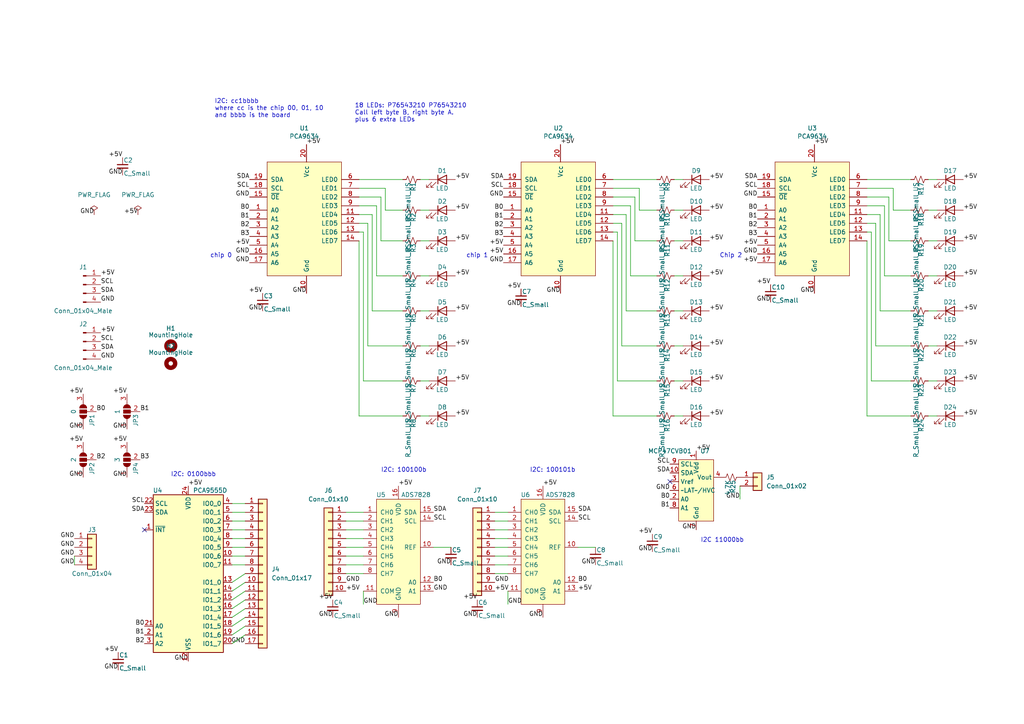
<source format=kicad_sch>
(kicad_sch (version 20211123) (generator eeschema)
  (paper "A4")
  (lib_symbols
    (symbol "Analog_ADC:ADS7828" (pin_names (offset 1.016))
      (property "Reference" "U" (at -5.08 15.24 0))
      (property "Value" "ADS7828" (at 5.08 15.24 0))
      (symbol "ADS7828_0_1"
        (rectangle (start -6.35 13.97) (end 6.35 -16.51) (fill (type background)))
        (rectangle (start 6.35 -15.24) (end 6.35 -15.24))
      )
      (symbol "ADS7828_1_1"
        (pin input line (at -10.16 10.16 0) (length 3.81) (name "CH0") (number "1"))
        (pin bidirectional line (at 10.16 0 180) (length 3.81) (name "REF") (number "10"))
        (pin input line (at -10.16 -12.7 0) (length 3.81) (name "COM") (number "11"))
        (pin input line (at 10.16 -10.16 180) (length 3.81) (name "A0") (number "12"))
        (pin input line (at 10.16 -12.7 180) (length 3.81) (name "A1") (number "13"))
        (pin input line (at 10.16 7.62 180) (length 3.81) (name "SCL") (number "14"))
        (pin bidirectional line (at 10.16 10.16 180) (length 3.81) (name "SDA") (number "15"))
        (pin power_in line (at 0 17.78 270) (length 3.81) (name "VDD") (number "16"))
        (pin input line (at -10.16 7.62 0) (length 3.81) (name "CH1") (number "2"))
        (pin input line (at -10.16 5.08 0) (length 3.81) (name "CH2") (number "3"))
        (pin input line (at -10.16 2.54 0) (length 3.81) (name "CH3") (number "4"))
        (pin input line (at -10.16 0 0) (length 3.81) (name "CH4") (number "5"))
        (pin input line (at -10.16 -2.54 0) (length 3.81) (name "CH5") (number "6"))
        (pin input line (at -10.16 -5.08 0) (length 3.81) (name "CH6") (number "7"))
        (pin input line (at -10.16 -7.62 0) (length 3.81) (name "CH7") (number "8"))
        (pin power_in line (at 0 -20.32 90) (length 3.81) (name "GND") (number "9"))
      )
    )
    (symbol "Connector:Conn_01x04_Male" (pin_names (offset 1.016) hide)
      (property "Reference" "J" (at 0 5.08 0))
      (property "Value" "Conn_01x04_Male" (at 0 -7.62 0))
      (symbol "Conn_01x04_Male_1_1"
        (polyline (pts (xy 1.27 -5.08) (xy 0.8636 -5.08)) (stroke (width 0.1524)))
        (polyline (pts (xy 1.27 -2.54) (xy 0.8636 -2.54)) (stroke (width 0.1524)))
        (polyline (pts (xy 1.27 0) (xy 0.8636 0)) (stroke (width 0.1524)))
        (polyline (pts (xy 1.27 2.54) (xy 0.8636 2.54)) (stroke (width 0.1524)))
        (rectangle (start 0.8636 -4.953) (end 0 -5.207) (stroke (width 0.1524)) (fill (type outline)))
        (rectangle (start 0.8636 -2.413) (end 0 -2.667) (stroke (width 0.1524)) (fill (type outline)))
        (rectangle (start 0.8636 0.127) (end 0 -0.127) (stroke (width 0.1524)) (fill (type outline)))
        (rectangle (start 0.8636 2.667) (end 0 2.413) (stroke (width 0.1524)) (fill (type outline)))
        (pin passive line (at 5.08 2.54 180) (length 3.81) (name "Pin_1") (number "1"))
        (pin passive line (at 5.08 0 180) (length 3.81) (name "Pin_2") (number "2"))
        (pin passive line (at 5.08 -2.54 180) (length 3.81) (name "Pin_3") (number "3"))
        (pin passive line (at 5.08 -5.08 180) (length 3.81) (name "Pin_4") (number "4"))
      )
    )
    (symbol "Connector_Generic:Conn_01x02" (pin_names (offset 1.016) hide)
      (property "Reference" "J" (at 0 2.54 0))
      (property "Value" "Conn_01x02" (at 0 -5.08 0))
      (symbol "Conn_01x02_1_1"
        (rectangle (start -1.27 -2.413) (end 0 -2.667) (stroke (width 0.1524)))
        (rectangle (start -1.27 0.127) (end 0 -0.127) (stroke (width 0.1524)))
        (rectangle (start -1.27 1.27) (end 1.27 -3.81) (stroke (width 0.254)) (fill (type background)))
        (pin passive line (at -5.08 0 0) (length 3.81) (name "Pin_1") (number "1"))
        (pin passive line (at -5.08 -2.54 0) (length 3.81) (name "Pin_2") (number "2"))
      )
    )
    (symbol "Connector_Generic:Conn_01x04" (pin_names (offset 1.016) hide)
      (property "Reference" "J" (at 0 5.08 0))
      (property "Value" "Conn_01x04" (at 0 -7.62 0))
      (symbol "Conn_01x04_1_1"
        (rectangle (start -1.27 -4.953) (end 0 -5.207) (stroke (width 0.1524)))
        (rectangle (start -1.27 -2.413) (end 0 -2.667) (stroke (width 0.1524)))
        (rectangle (start -1.27 0.127) (end 0 -0.127) (stroke (width 0.1524)))
        (rectangle (start -1.27 2.667) (end 0 2.413) (stroke (width 0.1524)))
        (rectangle (start -1.27 3.81) (end 1.27 -6.35) (stroke (width 0.254)) (fill (type background)))
        (pin passive line (at -5.08 2.54 0) (length 3.81) (name "Pin_1") (number "1"))
        (pin passive line (at -5.08 0 0) (length 3.81) (name "Pin_2") (number "2"))
        (pin passive line (at -5.08 -2.54 0) (length 3.81) (name "Pin_3") (number "3"))
        (pin passive line (at -5.08 -5.08 0) (length 3.81) (name "Pin_4") (number "4"))
      )
    )
    (symbol "Connector_Generic:Conn_01x10" (pin_names (offset 1.016) hide)
      (property "Reference" "J" (at 0 12.7 0))
      (property "Value" "Conn_01x10" (at 0 -15.24 0))
      (symbol "Conn_01x10_1_1"
        (rectangle (start -1.27 -12.573) (end 0 -12.827) (stroke (width 0.1524)))
        (rectangle (start -1.27 -10.033) (end 0 -10.287) (stroke (width 0.1524)))
        (rectangle (start -1.27 -7.493) (end 0 -7.747) (stroke (width 0.1524)))
        (rectangle (start -1.27 -4.953) (end 0 -5.207) (stroke (width 0.1524)))
        (rectangle (start -1.27 -2.413) (end 0 -2.667) (stroke (width 0.1524)))
        (rectangle (start -1.27 0.127) (end 0 -0.127) (stroke (width 0.1524)))
        (rectangle (start -1.27 2.667) (end 0 2.413) (stroke (width 0.1524)))
        (rectangle (start -1.27 5.207) (end 0 4.953) (stroke (width 0.1524)))
        (rectangle (start -1.27 7.747) (end 0 7.493) (stroke (width 0.1524)))
        (rectangle (start -1.27 10.287) (end 0 10.033) (stroke (width 0.1524)))
        (rectangle (start -1.27 11.43) (end 1.27 -13.97) (stroke (width 0.254)) (fill (type background)))
        (pin passive line (at -5.08 10.16 0) (length 3.81) (name "Pin_1") (number "1"))
        (pin passive line (at -5.08 -12.7 0) (length 3.81) (name "Pin_10") (number "10"))
        (pin passive line (at -5.08 7.62 0) (length 3.81) (name "Pin_2") (number "2"))
        (pin passive line (at -5.08 5.08 0) (length 3.81) (name "Pin_3") (number "3"))
        (pin passive line (at -5.08 2.54 0) (length 3.81) (name "Pin_4") (number "4"))
        (pin passive line (at -5.08 0 0) (length 3.81) (name "Pin_5") (number "5"))
        (pin passive line (at -5.08 -2.54 0) (length 3.81) (name "Pin_6") (number "6"))
        (pin passive line (at -5.08 -5.08 0) (length 3.81) (name "Pin_7") (number "7"))
        (pin passive line (at -5.08 -7.62 0) (length 3.81) (name "Pin_8") (number "8"))
        (pin passive line (at -5.08 -10.16 0) (length 3.81) (name "Pin_9") (number "9"))
      )
    )
    (symbol "Connector_Generic:Conn_01x17" (pin_names (offset 1.016) hide)
      (property "Reference" "J" (at 0 22.86 0))
      (property "Value" "Conn_01x17" (at 0 -22.86 0))
      (symbol "Conn_01x17_1_1"
        (rectangle (start -1.27 -20.193) (end 0 -20.447) (stroke (width 0.1524)))
        (rectangle (start -1.27 -17.653) (end 0 -17.907) (stroke (width 0.1524)))
        (rectangle (start -1.27 -15.113) (end 0 -15.367) (stroke (width 0.1524)))
        (rectangle (start -1.27 -12.573) (end 0 -12.827) (stroke (width 0.1524)))
        (rectangle (start -1.27 -10.033) (end 0 -10.287) (stroke (width 0.1524)))
        (rectangle (start -1.27 -7.493) (end 0 -7.747) (stroke (width 0.1524)))
        (rectangle (start -1.27 -4.953) (end 0 -5.207) (stroke (width 0.1524)))
        (rectangle (start -1.27 -2.413) (end 0 -2.667) (stroke (width 0.1524)))
        (rectangle (start -1.27 0.127) (end 0 -0.127) (stroke (width 0.1524)))
        (rectangle (start -1.27 2.667) (end 0 2.413) (stroke (width 0.1524)))
        (rectangle (start -1.27 5.207) (end 0 4.953) (stroke (width 0.1524)))
        (rectangle (start -1.27 7.747) (end 0 7.493) (stroke (width 0.1524)))
        (rectangle (start -1.27 10.287) (end 0 10.033) (stroke (width 0.1524)))
        (rectangle (start -1.27 12.827) (end 0 12.573) (stroke (width 0.1524)))
        (rectangle (start -1.27 15.367) (end 0 15.113) (stroke (width 0.1524)))
        (rectangle (start -1.27 17.907) (end 0 17.653) (stroke (width 0.1524)))
        (rectangle (start -1.27 20.447) (end 0 20.193) (stroke (width 0.1524)))
        (rectangle (start -1.27 21.59) (end 1.27 -21.59) (stroke (width 0.254)) (fill (type background)))
        (pin passive line (at -5.08 20.32 0) (length 3.81) (name "Pin_1") (number "1"))
        (pin passive line (at -5.08 -2.54 0) (length 3.81) (name "Pin_10") (number "10"))
        (pin passive line (at -5.08 -5.08 0) (length 3.81) (name "Pin_11") (number "11"))
        (pin passive line (at -5.08 -7.62 0) (length 3.81) (name "Pin_12") (number "12"))
        (pin passive line (at -5.08 -10.16 0) (length 3.81) (name "Pin_13") (number "13"))
        (pin passive line (at -5.08 -12.7 0) (length 3.81) (name "Pin_14") (number "14"))
        (pin passive line (at -5.08 -15.24 0) (length 3.81) (name "Pin_15") (number "15"))
        (pin passive line (at -5.08 -17.78 0) (length 3.81) (name "Pin_16") (number "16"))
        (pin passive line (at -5.08 -20.32 0) (length 3.81) (name "Pin_17") (number "17"))
        (pin passive line (at -5.08 17.78 0) (length 3.81) (name "Pin_2") (number "2"))
        (pin passive line (at -5.08 15.24 0) (length 3.81) (name "Pin_3") (number "3"))
        (pin passive line (at -5.08 12.7 0) (length 3.81) (name "Pin_4") (number "4"))
        (pin passive line (at -5.08 10.16 0) (length 3.81) (name "Pin_5") (number "5"))
        (pin passive line (at -5.08 7.62 0) (length 3.81) (name "Pin_6") (number "6"))
        (pin passive line (at -5.08 5.08 0) (length 3.81) (name "Pin_7") (number "7"))
        (pin passive line (at -5.08 2.54 0) (length 3.81) (name "Pin_8") (number "8"))
        (pin passive line (at -5.08 0 0) (length 3.81) (name "Pin_9") (number "9"))
      )
    )
    (symbol "Device:C_Small" (pin_numbers hide) (pin_names (offset 0.254) hide)
      (property "Reference" "C" (at 0.254 1.778 0))
      (property "Value" "C_Small" (at 0.254 -2.032 0))
      (symbol "C_Small_0_1"
        (polyline (pts (xy -1.524 -0.508) (xy 1.524 -0.508)) (stroke (width 0.3302)))
        (polyline (pts (xy -1.524 0.508) (xy 1.524 0.508)) (stroke (width 0.3048)))
      )
      (symbol "C_Small_1_1"
        (pin passive line (at 0 2.54 270) (length 2.032) (name "~") (number "1"))
        (pin passive line (at 0 -2.54 90) (length 2.032) (name "~") (number "2"))
      )
    )
    (symbol "Device:LED" (pin_numbers hide) (pin_names (offset 1.016) hide)
      (property "Reference" "D" (at 0 2.54 0))
      (property "Value" "LED" (at 0 -2.54 0))
      (symbol "LED_0_1"
        (polyline (pts (xy -1.27 -1.27) (xy -1.27 1.27)) (stroke (width 0.254)))
        (polyline (pts (xy -1.27 0) (xy 1.27 0)))
        (polyline (pts (xy 1.27 -1.27) (xy 1.27 1.27) (xy -1.27 0) (xy 1.27 -1.27)) (stroke (width 0.254)))
        (polyline (pts (xy -3.048 -0.762) (xy -4.572 -2.286) (xy -3.81 -2.286) (xy -4.572 -2.286) (xy -4.572 -1.524)))
        (polyline (pts (xy -1.778 -0.762) (xy -3.302 -2.286) (xy -2.54 -2.286) (xy -3.302 -2.286) (xy -3.302 -1.524)))
      )
      (symbol "LED_1_1"
        (pin passive line (at -3.81 0 0) (length 2.54) (name "K") (number "1"))
        (pin passive line (at 3.81 0 180) (length 2.54) (name "A") (number "2"))
      )
    )
    (symbol "Device:R_Small_US" (pin_numbers hide) (pin_names (offset 0.254) hide)
      (property "Reference" "R" (at 0.762 0.508 0))
      (property "Value" "R_Small_US" (at 0.762 -1.016 0))
      (symbol "R_Small_US_1_1"
        (polyline (pts (xy 0 0) (xy 1.016 -0.381) (xy 0 -0.762) (xy -1.016 -1.143) (xy 0 -1.524)))
        (polyline (pts (xy 0 1.524) (xy 1.016 1.143) (xy 0 0.762) (xy -1.016 0.381) (xy 0 0)))
        (pin passive line (at 0 2.54 270) (length 1.016) (name "~") (number "1"))
        (pin passive line (at 0 -2.54 90) (length 1.016) (name "~") (number "2"))
      )
    )
    (symbol "Interface_Expansion:PCA9555D"
      (property "Reference" "U" (at -8.89 24.13 0))
      (property "Value" "PCA9555D" (at 6.35 24.13 0))
      (symbol "PCA9555D_0_1"
        (rectangle (start -10.16 22.86) (end 10.16 -22.86) (stroke (width 0.254)) (fill (type background)))
      )
      (symbol "PCA9555D_1_1"
        (pin open_collector line (at -12.7 12.7 0) (length 2.54) (name "~{INT}") (number "1"))
        (pin bidirectional line (at 12.7 5.08 180) (length 2.54) (name "IO0_6") (number "10"))
        (pin bidirectional line (at 12.7 2.54 180) (length 2.54) (name "IO0_7") (number "11"))
        (pin power_in line (at 0 -25.4 90) (length 2.54) (name "VSS") (number "12"))
        (pin bidirectional line (at 12.7 -2.54 180) (length 2.54) (name "IO1_0") (number "13"))
        (pin bidirectional line (at 12.7 -5.08 180) (length 2.54) (name "IO1_1") (number "14"))
        (pin bidirectional line (at 12.7 -7.62 180) (length 2.54) (name "IO1_2") (number "15"))
        (pin bidirectional line (at 12.7 -10.16 180) (length 2.54) (name "IO1_3") (number "16"))
        (pin bidirectional line (at 12.7 -12.7 180) (length 2.54) (name "IO1_4") (number "17"))
        (pin bidirectional line (at 12.7 -15.24 180) (length 2.54) (name "IO1_5") (number "18"))
        (pin bidirectional line (at 12.7 -17.78 180) (length 2.54) (name "IO1_6") (number "19"))
        (pin input line (at -12.7 -17.78 0) (length 2.54) (name "A1") (number "2"))
        (pin bidirectional line (at 12.7 -20.32 180) (length 2.54) (name "IO1_7") (number "20"))
        (pin input line (at -12.7 -15.24 0) (length 2.54) (name "A0") (number "21"))
        (pin input line (at -12.7 20.32 0) (length 2.54) (name "SCL") (number "22"))
        (pin bidirectional line (at -12.7 17.78 0) (length 2.54) (name "SDA") (number "23"))
        (pin power_in line (at 0 25.4 270) (length 2.54) (name "VDD") (number "24"))
        (pin input line (at -12.7 -20.32 0) (length 2.54) (name "A2") (number "3"))
        (pin bidirectional line (at 12.7 20.32 180) (length 2.54) (name "IO0_0") (number "4"))
        (pin bidirectional line (at 12.7 17.78 180) (length 2.54) (name "IO0_1") (number "5"))
        (pin bidirectional line (at 12.7 15.24 180) (length 2.54) (name "IO0_2") (number "6"))
        (pin bidirectional line (at 12.7 12.7 180) (length 2.54) (name "IO0_3") (number "7"))
        (pin bidirectional line (at 12.7 10.16 180) (length 2.54) (name "IO0_4") (number "8"))
        (pin bidirectional line (at 12.7 7.62 180) (length 2.54) (name "IO0_5") (number "9"))
      )
    )
    (symbol "Jumper:SolderJumper_3_Open" (pin_names (offset 0) hide)
      (property "Reference" "JP" (at -2.54 -2.54 0))
      (property "Value" "SolderJumper_3_Open" (at 0 2.794 0))
      (symbol "SolderJumper_3_Open_0_1"
        (arc (start -1.016 1.016) (mid -2.032 0) (end -1.016 -1.016))
        (arc (start -1.016 1.016) (mid -2.032 0) (end -1.016 -1.016) (fill (type outline)))
        (rectangle (start -0.508 1.016) (end 0.508 -1.016) (fill (type outline)))
        (polyline (pts (xy -2.54 0) (xy -2.032 0)))
        (polyline (pts (xy -1.016 1.016) (xy -1.016 -1.016)))
        (polyline (pts (xy 0 -1.27) (xy 0 -1.016)))
        (polyline (pts (xy 1.016 1.016) (xy 1.016 -1.016)))
        (polyline (pts (xy 2.54 0) (xy 2.032 0)))
        (arc (start 1.016 -1.016) (mid 2.032 0) (end 1.016 1.016))
        (arc (start 1.016 -1.016) (mid 2.032 0) (end 1.016 1.016) (fill (type outline)))
      )
      (symbol "SolderJumper_3_Open_1_1"
        (pin passive line (at -5.08 0 0) (length 2.54) (name "A") (number "1"))
        (pin input line (at 0 -3.81 90) (length 2.54) (name "C") (number "2"))
        (pin passive line (at 5.08 0 180) (length 2.54) (name "B") (number "3"))
      )
    )
    (symbol "Library:MCP47CVB01"
      (property "Reference" "U" (at 2.54 0 0))
      (property "Value" "MCP47CVB01" (at -7.62 0 0))
      (symbol "MCP47CVB01_0_1"
        (rectangle (start -5.08 -2.54) (end 5.08 -20.32) (fill (type background)))
      )
      (symbol "MCP47CVB01_1_1"
        (pin power_in line (at 0 0 270) (length 2.54) (name "Vdd") (number "1"))
        (pin bidirectional line (at -7.62 -6.35 0) (length 2.54) (name "SDA") (number "10"))
        (pin input line (at -7.62 -13.97 0) (length 2.54) (name "A0") (number "2"))
        (pin input line (at -7.62 -8.89 0) (length 2.54) (name "Vref") (number "3"))
        (pin output line (at 7.62 -7.62 180) (length 2.54) (name "Vout") (number "4"))
        (pin no_connect line (at -7.62 -19.05 0) (length 2.54) hide (name "NC") (number "5"))
        (pin input line (at -7.62 -11.43 0) (length 2.54) (name "~LAT~/HVC") (number "6"))
        (pin power_in line (at 0 -22.86 90) (length 2.54) (name "Gnd") (number "7"))
        (pin input line (at -7.62 -16.51 0) (length 2.54) (name "A1") (number "8"))
        (pin input line (at -7.62 -3.81 0) (length 2.54) (name "SCL") (number "9"))
      )
    )
    (symbol "Mechanical:MountingHole" (pin_names (offset 1.016))
      (property "Reference" "H" (at 0 5.08 0))
      (property "Value" "MountingHole" (at 0 3.175 0))
      (symbol "MountingHole_0_1"
        (circle (center 0 0) (radius 1.27) (stroke (width 1.27)))
      )
    )
    (symbol "power:PWR_FLAG" (power) (pin_numbers hide) (pin_names (offset 0) hide)
      (property "Value" "PWR_FLAG" (at 0 3.81 0))
      (symbol "PWR_FLAG_0_0"
        (pin power_out line (at 0 0 90) (length 0) (name "pwr") (number "1"))
      )
      (symbol "PWR_FLAG_0_1"
        (polyline (pts (xy 0 0) (xy 0 1.27) (xy -1.016 1.905) (xy 0 2.54) (xy 1.016 1.905) (xy 0 1.27)))
      )
    )
    (symbol "symbols:PCA9634" (pin_names (offset 1.016))
      (property "Reference" "U" (at 7.62 16.51 0))
      (property "Value" "PCA9634" (at -7.62 16.51 0))
      (symbol "PCA9634_0_1"
        (rectangle (start -11.43 15.24) (end 10.16 -17.78) (fill (type background)))
      )
      (symbol "PCA9634_1_1"
        (pin input line (at -16.51 1.27 0) (length 5.08) (name "A0") (number "1"))
        (pin power_in line (at 0 -22.86 90) (length 5.08) (name "Gnd") (number "10"))
        (pin output line (at 15.24 0 180) (length 5.08) (name "LED4") (number "11"))
        (pin output line (at 15.24 -2.54 180) (length 5.08) (name "LED5") (number "12"))
        (pin output line (at 15.24 -5.08 180) (length 5.08) (name "LED6") (number "13"))
        (pin output line (at 15.24 -7.62 180) (length 5.08) (name "LED7") (number "14"))
        (pin input line (at -16.51 5.08 0) (length 5.08) (name "~{OE}") (number "15"))
        (pin input line (at -16.51 -11.43 0) (length 5.08) (name "A5") (number "16"))
        (pin input line (at -16.51 -13.97 0) (length 5.08) (name "A6") (number "17"))
        (pin input line (at -16.51 7.62 0) (length 5.08) (name "SCL") (number "18"))
        (pin bidirectional line (at -16.51 10.16 0) (length 5.08) (name "SDA") (number "19"))
        (pin input line (at -16.51 -1.27 0) (length 5.08) (name "A1") (number "2"))
        (pin power_in line (at 0 20.32 270) (length 5.08) (name "Vcc") (number "20"))
        (pin input line (at -16.51 -3.81 0) (length 5.08) (name "A2") (number "3"))
        (pin input line (at -16.51 -6.35 0) (length 5.08) (name "A3") (number "4"))
        (pin input line (at -16.51 -8.89 0) (length 5.08) (name "A4") (number "5"))
        (pin output line (at 15.24 10.16 180) (length 5.08) (name "LED0") (number "6"))
        (pin output line (at 15.24 7.62 180) (length 5.08) (name "LED1") (number "7"))
        (pin output line (at 15.24 5.08 180) (length 5.08) (name "LED2") (number "8"))
        (pin output line (at 15.24 2.54 180) (length 5.08) (name "LED3") (number "9"))
      )
    )
  )
  (no_connect (at 41.91 153.67))
  (no_connect (at 194.31 139.7))
  (wire (pts (xy 71.12 184.15) (xy 67.31 186.69)))
  (wire (pts (xy 124.46 60.96) (xy 121.92 60.96)))
  (wire (pts (xy 198.12 80.01) (xy 195.58 80.01)))
  (wire (pts (xy 255.27 90.17) (xy 255.27 62.23)))
  (wire (pts (xy 111.76 54.61) (xy 111.76 60.96)))
  (wire (pts (xy 251.46 59.69) (xy 256.54 59.69)))
  (wire (pts (xy 251.46 64.77) (xy 254 64.77)))
  (wire (pts (xy 100.33 158.75) (xy 105.41 158.75)))
  (wire (pts (xy 179.07 67.31) (xy 177.8 67.31)))
  (wire (pts (xy 21.59 163.83) (xy 21.59 161.29)))
  (wire (pts (xy 100.33 161.29) (xy 105.41 161.29)))
  (wire (pts (xy 257.81 69.85) (xy 264.16 69.85)))
  (wire (pts (xy 110.49 57.15) (xy 110.49 69.85)))
  (wire (pts (xy 71.12 171.45) (xy 67.31 173.99)))
  (wire (pts (xy 109.22 80.01) (xy 116.84 80.01)))
  (wire (pts (xy 254 100.33) (xy 264.16 100.33)))
  (wire (pts (xy 257.81 57.15) (xy 257.81 69.85)))
  (wire (pts (xy 143.51 166.37) (xy 147.32 166.37)))
  (wire (pts (xy 105.41 110.49) (xy 105.41 67.31)))
  (wire (pts (xy 182.88 80.01) (xy 190.5 80.01)))
  (wire (pts (xy 198.12 110.49) (xy 195.58 110.49)))
  (wire (pts (xy 251.46 69.85) (xy 251.46 120.65)))
  (wire (pts (xy 109.22 59.69) (xy 109.22 80.01)))
  (wire (pts (xy 252.73 110.49) (xy 264.16 110.49)))
  (wire (pts (xy 179.07 110.49) (xy 190.5 110.49)))
  (wire (pts (xy 271.78 90.17) (xy 269.24 90.17)))
  (wire (pts (xy 107.95 90.17) (xy 116.84 90.17)))
  (wire (pts (xy 71.12 146.05) (xy 67.31 146.05)))
  (wire (pts (xy 100.33 151.13) (xy 105.41 151.13)))
  (wire (pts (xy 71.12 181.61) (xy 67.31 184.15)))
  (wire (pts (xy 71.12 176.53) (xy 67.31 179.07)))
  (wire (pts (xy 110.49 69.85) (xy 116.84 69.85)))
  (wire (pts (xy 251.46 57.15) (xy 257.81 57.15)))
  (wire (pts (xy 252.73 110.49) (xy 252.73 67.31)))
  (wire (pts (xy 104.14 64.77) (xy 106.68 64.77)))
  (wire (pts (xy 177.8 64.77) (xy 180.34 64.77)))
  (wire (pts (xy 251.46 120.65) (xy 264.16 120.65)))
  (wire (pts (xy 100.33 148.59) (xy 105.41 148.59)))
  (wire (pts (xy 105.41 110.49) (xy 116.84 110.49)))
  (wire (pts (xy 124.46 90.17) (xy 121.92 90.17)))
  (wire (pts (xy 71.12 168.91) (xy 67.31 171.45)))
  (wire (pts (xy 198.12 90.17) (xy 195.58 90.17)))
  (wire (pts (xy 179.07 110.49) (xy 179.07 67.31)))
  (wire (pts (xy 67.31 156.21) (xy 71.12 156.21)))
  (wire (pts (xy 67.31 161.29) (xy 71.12 161.29)))
  (wire (pts (xy 271.78 120.65) (xy 269.24 120.65)))
  (wire (pts (xy 124.46 110.49) (xy 121.92 110.49)))
  (wire (pts (xy 71.12 179.07) (xy 67.31 181.61)))
  (wire (pts (xy 271.78 60.96) (xy 269.24 60.96)))
  (wire (pts (xy 181.61 90.17) (xy 181.61 62.23)))
  (wire (pts (xy 124.46 69.85) (xy 121.92 69.85)))
  (wire (pts (xy 271.78 69.85) (xy 269.24 69.85)))
  (wire (pts (xy 177.8 69.85) (xy 177.8 120.65)))
  (wire (pts (xy 143.51 151.13) (xy 147.32 151.13)))
  (wire (pts (xy 143.51 158.75) (xy 147.32 158.75)))
  (wire (pts (xy 67.31 151.13) (xy 71.12 151.13)))
  (wire (pts (xy 180.34 100.33) (xy 190.5 100.33)))
  (wire (pts (xy 255.27 62.23) (xy 251.46 62.23)))
  (wire (pts (xy 198.12 60.96) (xy 195.58 60.96)))
  (wire (pts (xy 67.31 153.67) (xy 71.12 153.67)))
  (wire (pts (xy 177.8 120.65) (xy 190.5 120.65)))
  (wire (pts (xy 177.8 57.15) (xy 184.15 57.15)))
  (wire (pts (xy 259.08 54.61) (xy 259.08 60.96)))
  (wire (pts (xy 184.15 69.85) (xy 190.5 69.85)))
  (wire (pts (xy 104.14 69.85) (xy 104.14 120.65)))
  (wire (pts (xy 198.12 120.65) (xy 195.58 120.65)))
  (wire (pts (xy 67.31 148.59) (xy 71.12 148.59)))
  (wire (pts (xy 271.78 110.49) (xy 269.24 110.49)))
  (wire (pts (xy 198.12 52.07) (xy 195.58 52.07)))
  (wire (pts (xy 105.41 67.31) (xy 104.14 67.31)))
  (wire (pts (xy 100.33 153.67) (xy 105.41 153.67)))
  (wire (pts (xy 104.14 59.69) (xy 109.22 59.69)))
  (wire (pts (xy 254 64.77) (xy 254 100.33)))
  (wire (pts (xy 106.68 100.33) (xy 116.84 100.33)))
  (wire (pts (xy 177.8 59.69) (xy 182.88 59.69)))
  (wire (pts (xy 107.95 62.23) (xy 104.14 62.23)))
  (wire (pts (xy 124.46 120.65) (xy 121.92 120.65)))
  (wire (pts (xy 111.76 60.96) (xy 116.84 60.96)))
  (wire (pts (xy 198.12 100.33) (xy 195.58 100.33)))
  (wire (pts (xy 271.78 100.33) (xy 269.24 100.33)))
  (wire (pts (xy 185.42 60.96) (xy 190.5 60.96)))
  (wire (pts (xy 167.64 158.75) (xy 172.72 158.75)))
  (wire (pts (xy 143.51 156.21) (xy 147.32 156.21)))
  (wire (pts (xy 100.33 163.83) (xy 105.41 163.83)))
  (wire (pts (xy 181.61 90.17) (xy 190.5 90.17)))
  (wire (pts (xy 124.46 80.01) (xy 121.92 80.01)))
  (wire (pts (xy 104.14 120.65) (xy 116.84 120.65)))
  (wire (pts (xy 214.63 140.97) (xy 214.63 144.78)))
  (wire (pts (xy 147.32 171.45) (xy 147.32 175.26)))
  (wire (pts (xy 67.31 168.91) (xy 71.12 166.37)))
  (wire (pts (xy 264.16 52.07) (xy 251.46 52.07)))
  (wire (pts (xy 256.54 80.01) (xy 264.16 80.01)))
  (wire (pts (xy 71.12 173.99) (xy 67.31 176.53)))
  (wire (pts (xy 143.51 161.29) (xy 147.32 161.29)))
  (wire (pts (xy 256.54 59.69) (xy 256.54 80.01)))
  (wire (pts (xy 190.5 52.07) (xy 177.8 52.07)))
  (wire (pts (xy 271.78 80.01) (xy 269.24 80.01)))
  (wire (pts (xy 116.84 52.07) (xy 104.14 52.07)))
  (wire (pts (xy 181.61 62.23) (xy 177.8 62.23)))
  (wire (pts (xy 124.46 100.33) (xy 121.92 100.33)))
  (wire (pts (xy 198.12 69.85) (xy 195.58 69.85)))
  (wire (pts (xy 252.73 67.31) (xy 251.46 67.31)))
  (wire (pts (xy 125.73 158.75) (xy 130.81 158.75)))
  (wire (pts (xy 107.95 90.17) (xy 107.95 62.23)))
  (wire (pts (xy 124.46 52.07) (xy 121.92 52.07)))
  (wire (pts (xy 255.27 90.17) (xy 264.16 90.17)))
  (wire (pts (xy 143.51 148.59) (xy 147.32 148.59)))
  (wire (pts (xy 104.14 54.61) (xy 111.76 54.61)))
  (wire (pts (xy 185.42 54.61) (xy 185.42 60.96)))
  (wire (pts (xy 67.31 158.75) (xy 71.12 158.75)))
  (wire (pts (xy 251.46 54.61) (xy 259.08 54.61)))
  (wire (pts (xy 177.8 54.61) (xy 185.42 54.61)))
  (wire (pts (xy 105.41 171.45) (xy 105.41 175.26)))
  (wire (pts (xy 182.88 59.69) (xy 182.88 80.01)))
  (wire (pts (xy 143.51 153.67) (xy 147.32 153.67)))
  (wire (pts (xy 184.15 57.15) (xy 184.15 69.85)))
  (wire (pts (xy 259.08 60.96) (xy 264.16 60.96)))
  (wire (pts (xy 106.68 64.77) (xy 106.68 100.33)))
  (wire (pts (xy 180.34 64.77) (xy 180.34 100.33)))
  (wire (pts (xy 271.78 52.07) (xy 269.24 52.07)))
  (wire (pts (xy 67.31 163.83) (xy 71.12 163.83)))
  (wire (pts (xy 100.33 166.37) (xy 105.41 166.37)))
  (wire (pts (xy 143.51 163.83) (xy 147.32 163.83)))
  (wire (pts (xy 100.33 156.21) (xy 105.41 156.21)))
  (wire (pts (xy 104.14 57.15) (xy 110.49 57.15)))
  (text "chip 1\n" (at 141.605 74.93 180) (effects (font (size 1.27 1.27)) (justify right bottom)))
  (text "I2C: 100101b" (at 153.67 137.16 0) (effects (font (size 1.27 1.27)) (justify left bottom)))
  (text "I2C 11000bb\n" (at 203.2 157.48 0) (effects (font (size 1.27 1.27)) (justify left bottom)))
  (text "I2C: cc1bbbb\nwhere cc is the chip 00, 01, 10\nand bbbb is the board" (at 62.23 34.29 0) (effects (font (size 1.27 1.27)) (justify left bottom)))
  (text "Chip 2" (at 215.265 74.93 180) (effects (font (size 1.27 1.27)) (justify right bottom)))
  (text "chip 0\n" (at 67.31 74.93 180) (effects (font (size 1.27 1.27)) (justify right bottom)))
  (text "18 LEDs: P76543210 P76543210\nCall left byte B, right byte A.\nplus 6 extra LEDs" (at 102.87 35.56 0) (effects (font (size 1.27 1.27)) (justify left bottom)))
  (text "I2C: 0100bbb" (at 49.53 138.43 0) (effects (font (size 1.27 1.27)) (justify left bottom)))
  (text "I2C: 100100b\n" (at 110.49 137.16 0) (effects (font (size 1.27 1.27)) (justify left bottom)))
  (label "+5V" (at 189.23 154.94 180))
  (label "+5V" (at 151.13 83.82 180))
  (label "B1" (at 146.05 63.5 180))
  (label "GND" (at 21.59 161.29 180))
  (label "GND" (at 189.23 160.02 180))
  (label "GND" (at 27.305 62.23 180))
  (label "SCL" (at 146.05 54.61 180))
  (label "GND" (at 162.56 85.09 180))
  (label "GND" (at 34.29 194.31 180))
  (label "+5V" (at 29.21 80.01 0))
  (label "B3" (at 219.71 68.58 180))
  (label "GND" (at 151.13 88.9 180))
  (label "GND" (at 194.31 142.24 180))
  (label "+5V" (at 201.93 130.81 0))
  (label "+5V" (at 24.13 114.3 180))
  (label "SCL" (at 41.91 146.05 180))
  (label "+5V" (at 88.9 41.91 0))
  (label "B2" (at 27.94 133.35 0))
  (label "GND" (at 72.39 73.66 180))
  (label "+5V" (at 35.56 45.72 180))
  (label "+5V" (at 34.29 189.23 180))
  (label "GND" (at 157.48 179.07 180))
  (label "+5V" (at 279.4 90.17 0))
  (label "B2" (at 146.05 66.04 180))
  (label "GND" (at 21.59 163.83 180))
  (label "B0" (at 41.91 181.61 180))
  (label "+5V" (at 205.74 69.85 0))
  (label "+5V" (at 205.74 110.49 0))
  (label "SDA" (at 41.91 148.59 180))
  (label "GND" (at 71.12 186.69 180))
  (label "+5V" (at 132.08 60.96 0))
  (label "B1" (at 41.91 184.15 180))
  (label "SCL" (at 72.39 54.61 180))
  (label "SCL" (at 219.71 54.61 180))
  (label "+5V" (at 72.39 71.12 180))
  (label "GND" (at 35.56 50.8 180))
  (label "GND" (at 146.05 57.15 180))
  (label "GND" (at 214.63 144.78 180))
  (label "SCL" (at 167.64 151.13 0))
  (label "GND" (at 146.05 76.2 180))
  (label "+5V" (at 205.74 100.33 0))
  (label "+5V" (at 24.13 128.27 180))
  (label "B0" (at 125.73 168.91 0))
  (label "GND" (at 72.39 57.15 180))
  (label "B0" (at 27.94 119.38 0))
  (label "GND" (at 24.13 124.46 180))
  (label "GND" (at 147.32 175.26 0))
  (label "GND" (at 125.73 171.45 0))
  (label "GND" (at 223.52 87.63 180))
  (label "SDA" (at 167.64 148.59 0))
  (label "+5V" (at 157.48 140.97 0))
  (label "+5V" (at 219.71 71.12 180))
  (label "+5V" (at 205.74 120.65 0))
  (label "SDA" (at 72.39 52.07 180))
  (label "+5V" (at 132.08 90.17 0))
  (label "GND" (at 29.21 104.14 0))
  (label "B2" (at 41.91 186.69 180))
  (label "B0" (at 72.39 60.96 180))
  (label "+5V" (at 132.08 80.01 0))
  (label "+5V" (at 146.05 73.66 180))
  (label "GND" (at 21.59 156.21 180))
  (label "+5V" (at 205.74 90.17 0))
  (label "+5V" (at 143.51 171.45 0))
  (label "B0" (at 167.64 168.91 0))
  (label "+5V" (at 76.2 85.09 180))
  (label "SDA" (at 125.73 148.59 0))
  (label "+5V" (at 279.4 69.85 0))
  (label "+5V" (at 132.08 120.65 0))
  (label "B3" (at 146.05 68.58 180))
  (label "+5V" (at 40.005 62.23 180))
  (label "B3" (at 72.39 68.58 180))
  (label "GND" (at 72.39 76.2 180))
  (label "B3" (at 40.64 133.35 0))
  (label "+5V" (at 132.08 100.33 0))
  (label "+5V" (at 36.83 128.27 180))
  (label "GND" (at 29.21 87.63 0))
  (label "+5V" (at 219.71 76.2 180))
  (label "GND" (at 219.71 57.15 180))
  (label "+5V" (at 279.4 120.65 0))
  (label "+5V" (at 205.74 80.01 0))
  (label "+5V" (at 36.83 114.3 180))
  (label "+5V" (at 223.52 82.55 180))
  (label "+5V" (at 132.08 110.49 0))
  (label "+5V" (at 205.74 60.96 0))
  (label "GND" (at 172.72 163.83 180))
  (label "GND" (at 76.2 90.17 180))
  (label "+5V" (at 132.08 52.07 0))
  (label "SCL" (at 194.31 134.62 180))
  (label "+5V" (at 96.52 173.99 180))
  (label "+5V" (at 279.4 80.01 0))
  (label "SDA" (at 29.21 101.6 0))
  (label "+5V" (at 115.57 140.97 0))
  (label "B1" (at 40.64 119.38 0))
  (label "GND" (at 236.22 85.09 180))
  (label "SDA" (at 146.05 52.07 180))
  (label "+5V" (at 279.4 52.07 0))
  (label "B1" (at 194.31 147.32 180))
  (label "GND" (at 219.71 73.66 180))
  (label "SCL" (at 29.21 99.06 0))
  (label "GND" (at 24.13 138.43 180))
  (label "B0" (at 219.71 60.96 180))
  (label "SDA" (at 29.21 85.09 0))
  (label "GND" (at 88.9 85.09 180))
  (label "+5V" (at 29.21 96.52 0))
  (label "GND" (at 54.61 191.77 180))
  (label "SDA" (at 194.31 137.16 180))
  (label "+5V" (at 167.64 171.45 0))
  (label "GND" (at 100.33 168.91 0))
  (label "B0" (at 194.31 144.78 180))
  (label "+5V" (at 279.4 60.96 0))
  (label "GND" (at 115.57 179.07 180))
  (label "SCL" (at 125.73 151.13 0))
  (label "GND" (at 96.52 179.07 180))
  (label "+5V" (at 279.4 110.49 0))
  (label "B1" (at 219.71 63.5 180))
  (label "SCL" (at 29.21 82.55 0))
  (label "+5V" (at 205.74 52.07 0))
  (label "GND" (at 201.93 153.67 180))
  (label "GND" (at 36.83 124.46 180))
  (label "B1" (at 72.39 63.5 180))
  (label "+5V" (at 236.22 41.91 0))
  (label "B2" (at 72.39 66.04 180))
  (label "+5V" (at 100.33 171.45 0))
  (label "GND" (at 21.59 158.75 180))
  (label "+5V" (at 132.08 69.85 0))
  (label "GND" (at 36.83 138.43 180))
  (label "GND" (at 138.43 179.07 180))
  (label "+5V" (at 146.05 71.12 180))
  (label "+5V" (at 138.43 173.99 180))
  (label "GND" (at 143.51 168.91 0))
  (label "GND" (at 105.41 175.26 0))
  (label "B2" (at 219.71 66.04 180))
  (label "B0" (at 146.05 60.96 180))
  (label "+5V" (at 54.61 140.97 0))
  (label "SDA" (at 219.71 52.07 180))
  (label "+5V" (at 162.56 41.91 0))
  (label "+5V" (at 279.4 100.33 0))
  (label "GND" (at 130.81 163.83 180))
  (symbol (lib_id "symbols:PCA9634") (at 88.9 62.23 0) (unit 1)
    (property "Reference" "U1" (at 88.265 37.1856 0))
    (property "Value" "PCA9634" (at 88.265 39.5478 0))
    (property "Footprint" "Package_SO:SOIC-20W_7.5x12.8mm_P1.27mm" (effects hide))
  )
  (symbol (lib_id "Device:LED") (at 128.27 52.07 0) (unit 1)
    (property "Reference" "D1" (at 128.27 49.53 0))
    (property "Value" "LED" (at 128.27 54.61 0))
    (property "Footprint" "Library:LED_D3.0mm-nosilk" (effects hide))
  )
  (symbol (lib_id "Device:R_Small_US") (at 119.38 52.07 270) (unit 1)
    (property "Reference" "R1" (at 119.888 52.832 0) (effects (justify left)))
    (property "Value" "R_Small_US" (at 118.364 52.832 0) (effects (justify left)))
    (property "Footprint" "Resistor_SMD:R_0805_2012Metric_Pad1.20x1.40mm_HandSolder" (effects hide))
  )
  (symbol (lib_id "Device:R_Small_US") (at 119.38 60.96 270) (unit 1)
    (property "Reference" "R2" (at 119.888 61.722 0) (effects (justify left)))
    (property "Value" "R_Small_US" (at 118.364 61.722 0) (effects (justify left)))
    (property "Footprint" "Resistor_SMD:R_0805_2012Metric_Pad1.20x1.40mm_HandSolder" (effects hide))
  )
  (symbol (lib_id "Device:LED") (at 128.27 60.96 0) (unit 1)
    (property "Reference" "D2" (at 128.27 58.42 0))
    (property "Value" "LED" (at 128.27 63.5 0))
    (property "Footprint" "Library:LED_D3.0mm-nosilk" (effects hide))
  )
  (symbol (lib_id "Device:R_Small_US") (at 119.38 69.85 270) (unit 1)
    (property "Reference" "R3" (at 119.888 70.612 0) (effects (justify left)))
    (property "Value" "R_Small_US" (at 118.364 70.612 0) (effects (justify left)))
    (property "Footprint" "Resistor_SMD:R_0805_2012Metric_Pad1.20x1.40mm_HandSolder" (effects hide))
  )
  (symbol (lib_id "Device:R_Small_US") (at 119.38 80.01 270) (unit 1)
    (property "Reference" "R4" (at 119.888 80.772 0) (effects (justify left)))
    (property "Value" "R_Small_US" (at 118.364 80.772 0) (effects (justify left)))
    (property "Footprint" "Resistor_SMD:R_0805_2012Metric_Pad1.20x1.40mm_HandSolder" (effects hide))
  )
  (symbol (lib_id "Device:R_Small_US") (at 119.38 90.17 270) (unit 1)
    (property "Reference" "R5" (at 119.888 90.932 0) (effects (justify left)))
    (property "Value" "R_Small_US" (at 118.364 90.932 0) (effects (justify left)))
    (property "Footprint" "Resistor_SMD:R_0805_2012Metric_Pad1.20x1.40mm_HandSolder" (effects hide))
  )
  (symbol (lib_id "Device:R_Small_US") (at 119.38 100.33 270) (unit 1)
    (property "Reference" "R6" (at 119.888 101.092 0) (effects (justify left)))
    (property "Value" "R_Small_US" (at 118.364 101.092 0) (effects (justify left)))
    (property "Footprint" "Resistor_SMD:R_0805_2012Metric_Pad1.20x1.40mm_HandSolder" (effects hide))
  )
  (symbol (lib_id "Device:R_Small_US") (at 119.38 110.49 270) (unit 1)
    (property "Reference" "R7" (at 119.888 111.252 0) (effects (justify left)))
    (property "Value" "R_Small_US" (at 118.364 111.252 0) (effects (justify left)))
    (property "Footprint" "Resistor_SMD:R_0805_2012Metric_Pad1.20x1.40mm_HandSolder" (effects hide))
  )
  (symbol (lib_id "Device:R_Small_US") (at 119.38 120.65 270) (unit 1)
    (property "Reference" "R8" (at 119.888 121.412 0) (effects (justify left)))
    (property "Value" "R_Small_US" (at 118.364 121.412 0) (effects (justify left)))
    (property "Footprint" "Resistor_SMD:R_0805_2012Metric_Pad1.20x1.40mm_HandSolder" (effects hide))
  )
  (symbol (lib_id "Device:LED") (at 128.27 69.85 0) (unit 1)
    (property "Reference" "D3" (at 128.27 67.31 0))
    (property "Value" "LED" (at 128.27 72.39 0))
    (property "Footprint" "Library:LED_D3.0mm-nosilk" (effects hide))
  )
  (symbol (lib_id "Device:LED") (at 128.27 80.01 0) (unit 1)
    (property "Reference" "D4" (at 128.27 77.47 0))
    (property "Value" "LED" (at 128.27 82.55 0))
    (property "Footprint" "Library:LED_D3.0mm-nosilk" (effects hide))
  )
  (symbol (lib_id "Device:LED") (at 128.27 90.17 0) (unit 1)
    (property "Reference" "D5" (at 128.27 87.63 0))
    (property "Value" "LED" (at 128.27 92.71 0))
    (property "Footprint" "Library:LED_D3.0mm-nosilk" (effects hide))
  )
  (symbol (lib_id "Device:LED") (at 128.27 100.33 0) (unit 1)
    (property "Reference" "D6" (at 128.27 97.79 0))
    (property "Value" "LED" (at 128.27 102.87 0))
    (property "Footprint" "Library:LED_D3.0mm-nosilk" (effects hide))
  )
  (symbol (lib_id "Device:LED") (at 128.27 110.49 0) (unit 1)
    (property "Reference" "D7" (at 128.27 107.95 0))
    (property "Value" "LED" (at 128.27 113.03 0))
    (property "Footprint" "Library:LED_D3.0mm-nosilk" (effects hide))
  )
  (symbol (lib_id "Device:LED") (at 128.27 120.65 0) (unit 1)
    (property "Reference" "D8" (at 128.27 118.11 0))
    (property "Value" "LED" (at 128.27 123.19 0))
    (property "Footprint" "Library:LED_D3.0mm-nosilk" (effects hide))
  )
  (symbol (lib_id "Connector:Conn_01x04_Male") (at 24.13 82.55 0) (unit 1)
    (property "Reference" "J1" (at 24.13 77.47 0))
    (property "Value" "Conn_01x04_Male" (at 24.13 90.17 0))
    (property "Footprint" "Library:PinHeader_1x04_P2.54mm_Vertical_mirrored" (effects hide))
  )
  (symbol (lib_id "Jumper:SolderJumper_3_Open") (at 36.83 133.35 90) (unit 1)
    (property "Reference" "JP4" (at 39.37 135.89 0))
    (property "Value" "3" (at 34.036 133.35 0))
    (property "Footprint" "Jumper:SolderJumper-3_P1.3mm_Open_RoundedPad1.0x1.5mm_NumberLabels" (effects hide))
  )
  (symbol (lib_id "Jumper:SolderJumper_3_Open") (at 24.13 133.35 90) (unit 1)
    (property "Reference" "JP2" (at 26.67 135.89 0))
    (property "Value" "2" (at 21.336 133.35 0))
    (property "Footprint" "Jumper:SolderJumper-3_P1.3mm_Open_RoundedPad1.0x1.5mm_NumberLabels" (effects hide))
  )
  (symbol (lib_id "Jumper:SolderJumper_3_Open") (at 24.13 119.38 90) (unit 1)
    (property "Reference" "JP1" (at 26.67 121.92 0))
    (property "Value" "0" (at 21.336 119.38 0))
    (property "Footprint" "Jumper:SolderJumper-3_P1.3mm_Open_RoundedPad1.0x1.5mm_NumberLabels" (effects hide))
  )
  (symbol (lib_id "Jumper:SolderJumper_3_Open") (at 36.83 119.38 90) (unit 1)
    (property "Reference" "JP3" (at 39.37 121.92 0))
    (property "Value" "1" (at 34.036 119.38 0))
    (property "Footprint" "Jumper:SolderJumper-3_P1.3mm_Open_RoundedPad1.0x1.5mm_NumberLabels" (effects hide))
  )
  (symbol (lib_id "Device:C_Small") (at 151.13 86.36 0) (unit 1)
    (property "Reference" "C7" (at 151.384 84.582 0) (effects (justify left)))
    (property "Value" "C_Small" (at 151.384 88.392 0) (effects (justify left)))
    (property "Footprint" "Capacitor_SMD:C_0805_2012Metric_Pad1.18x1.45mm_HandSolder" (effects hide))
  )
  (symbol (lib_id "Device:C_Small") (at 35.56 48.26 0) (unit 1)
    (property "Reference" "C2" (at 35.814 46.482 0) (effects (justify left)))
    (property "Value" "C_Small" (at 35.814 50.292 0) (effects (justify left)))
    (property "Footprint" "Capacitor_SMD:C_0805_2012Metric_Pad1.18x1.45mm_HandSolder" (effects hide))
  )
  (symbol (lib_id "Connector:Conn_01x04_Male") (at 24.13 99.06 0) (unit 1)
    (property "Reference" "J2" (at 24.13 93.98 0))
    (property "Value" "Conn_01x04_Male" (at 24.13 106.68 0))
    (property "Footprint" "Library:PinHeader_1x04_P2.54mm_Vertical_mirrored" (effects hide))
  )
  (symbol (lib_id "symbols:PCA9634") (at 162.56 62.23 0) (unit 1)
    (property "Reference" "U2" (at 161.925 37.1856 0))
    (property "Value" "PCA9634" (at 161.925 39.5478 0))
    (property "Footprint" "Package_SO:SOIC-20W_7.5x12.8mm_P1.27mm" (effects hide))
  )
  (symbol (lib_id "Device:LED") (at 201.93 120.65 0) (unit 1)
    (property "Reference" "D16" (at 201.93 118.11 0))
    (property "Value" "LED" (at 201.93 123.19 0))
    (property "Footprint" "Library:LED_D3.0mm-nosilk" (effects hide))
  )
  (symbol (lib_id "Device:LED") (at 201.93 110.49 0) (unit 1)
    (property "Reference" "D15" (at 201.93 107.95 0))
    (property "Value" "LED" (at 201.93 113.03 0))
    (property "Footprint" "Library:LED_D3.0mm-nosilk" (effects hide))
  )
  (symbol (lib_id "Device:LED") (at 201.93 100.33 0) (unit 1)
    (property "Reference" "D14" (at 201.93 97.79 0))
    (property "Value" "LED" (at 201.93 102.87 0))
    (property "Footprint" "Library:LED_D3.0mm-nosilk" (effects hide))
  )
  (symbol (lib_id "Device:LED") (at 201.93 90.17 0) (unit 1)
    (property "Reference" "D13" (at 201.93 87.63 0))
    (property "Value" "LED" (at 201.93 92.71 0))
    (property "Footprint" "Library:LED_D3.0mm-nosilk" (effects hide))
  )
  (symbol (lib_id "Device:LED") (at 201.93 80.01 0) (unit 1)
    (property "Reference" "D12" (at 201.93 77.47 0))
    (property "Value" "LED" (at 201.93 82.55 0))
    (property "Footprint" "Library:LED_D3.0mm-nosilk" (effects hide))
  )
  (symbol (lib_id "Device:LED") (at 201.93 69.85 0) (unit 1)
    (property "Reference" "D11" (at 201.93 67.31 0))
    (property "Value" "LED" (at 201.93 72.39 0))
    (property "Footprint" "Library:LED_D3.0mm-nosilk" (effects hide))
  )
  (symbol (lib_id "Device:R_Small_US") (at 193.04 120.65 270) (unit 1)
    (property "Reference" "R16" (at 193.548 121.412 0) (effects (justify left)))
    (property "Value" "R_Small_US" (at 192.024 121.412 0) (effects (justify left)))
    (property "Footprint" "Resistor_SMD:R_0805_2012Metric_Pad1.20x1.40mm_HandSolder" (effects hide))
  )
  (symbol (lib_id "Device:R_Small_US") (at 193.04 110.49 270) (unit 1)
    (property "Reference" "R15" (at 193.548 111.252 0) (effects (justify left)))
    (property "Value" "R_Small_US" (at 192.024 111.252 0) (effects (justify left)))
    (property "Footprint" "Resistor_SMD:R_0805_2012Metric_Pad1.20x1.40mm_HandSolder" (effects hide))
  )
  (symbol (lib_id "Device:R_Small_US") (at 193.04 100.33 270) (unit 1)
    (property "Reference" "R14" (at 193.548 101.092 0) (effects (justify left)))
    (property "Value" "R_Small_US" (at 192.024 101.092 0) (effects (justify left)))
    (property "Footprint" "Resistor_SMD:R_0805_2012Metric_Pad1.20x1.40mm_HandSolder" (effects hide))
  )
  (symbol (lib_id "Device:R_Small_US") (at 193.04 90.17 270) (unit 1)
    (property "Reference" "R13" (at 193.548 90.932 0) (effects (justify left)))
    (property "Value" "R_Small_US" (at 192.024 90.932 0) (effects (justify left)))
    (property "Footprint" "Resistor_SMD:R_0805_2012Metric_Pad1.20x1.40mm_HandSolder" (effects hide))
  )
  (symbol (lib_id "Device:R_Small_US") (at 193.04 80.01 270) (unit 1)
    (property "Reference" "R12" (at 193.548 80.772 0) (effects (justify left)))
    (property "Value" "R_Small_US" (at 192.024 80.772 0) (effects (justify left)))
    (property "Footprint" "Resistor_SMD:R_0805_2012Metric_Pad1.20x1.40mm_HandSolder" (effects hide))
  )
  (symbol (lib_id "Device:R_Small_US") (at 193.04 69.85 270) (unit 1)
    (property "Reference" "R11" (at 193.548 70.612 0) (effects (justify left)))
    (property "Value" "R_Small_US" (at 192.024 70.612 0) (effects (justify left)))
    (property "Footprint" "Resistor_SMD:R_0805_2012Metric_Pad1.20x1.40mm_HandSolder" (effects hide))
  )
  (symbol (lib_id "Device:LED") (at 201.93 60.96 0) (unit 1)
    (property "Reference" "D10" (at 201.93 58.42 0))
    (property "Value" "LED" (at 201.93 63.5 0))
    (property "Footprint" "Library:LED_D3.0mm-nosilk" (effects hide))
  )
  (symbol (lib_id "Device:R_Small_US") (at 193.04 60.96 270) (unit 1)
    (property "Reference" "R10" (at 193.548 61.722 0) (effects (justify left)))
    (property "Value" "R_Small_US" (at 192.024 61.722 0) (effects (justify left)))
    (property "Footprint" "Resistor_SMD:R_0805_2012Metric_Pad1.20x1.40mm_HandSolder" (effects hide))
  )
  (symbol (lib_id "Device:R_Small_US") (at 193.04 52.07 270) (unit 1)
    (property "Reference" "R9" (at 193.548 52.832 0) (effects (justify left)))
    (property "Value" "R_Small_US" (at 192.024 52.832 0) (effects (justify left)))
    (property "Footprint" "Resistor_SMD:R_0805_2012Metric_Pad1.20x1.40mm_HandSolder" (effects hide))
  )
  (symbol (lib_id "Device:LED") (at 201.93 52.07 0) (unit 1)
    (property "Reference" "D9" (at 201.93 49.53 0))
    (property "Value" "LED" (at 201.93 54.61 0))
    (property "Footprint" "Library:LED_D3.0mm-nosilk" (effects hide))
  )
  (symbol (lib_id "symbols:PCA9634") (at 236.22 62.23 0) (unit 1)
    (property "Reference" "U3" (at 235.585 37.1856 0))
    (property "Value" "PCA9634" (at 235.585 39.5478 0))
    (property "Footprint" "Package_SO:SOIC-20W_7.5x12.8mm_P1.27mm" (effects hide))
  )
  (symbol (lib_id "Device:LED") (at 275.59 120.65 0) (unit 1)
    (property "Reference" "D24" (at 275.59 118.11 0))
    (property "Value" "LED" (at 275.59 123.19 0))
    (property "Footprint" "Connector_PinHeader_2.54mm:PinHeader_1x02_P2.54mm_Vertical" (effects hide))
  )
  (symbol (lib_id "Device:LED") (at 275.59 110.49 0) (unit 1)
    (property "Reference" "D23" (at 275.59 107.95 0))
    (property "Value" "LED" (at 275.59 113.03 0))
    (property "Footprint" "Connector_PinHeader_2.54mm:PinHeader_1x02_P2.54mm_Vertical" (effects hide))
  )
  (symbol (lib_id "Device:LED") (at 275.59 100.33 0) (unit 1)
    (property "Reference" "D22" (at 275.59 97.79 0))
    (property "Value" "LED" (at 275.59 102.87 0))
    (property "Footprint" "Connector_PinHeader_2.54mm:PinHeader_1x02_P2.54mm_Vertical" (effects hide))
  )
  (symbol (lib_id "Device:LED") (at 275.59 90.17 0) (unit 1)
    (property "Reference" "D21" (at 275.59 87.63 0))
    (property "Value" "LED" (at 275.59 92.71 0))
    (property "Footprint" "Connector_PinHeader_2.54mm:PinHeader_1x02_P2.54mm_Vertical" (effects hide))
  )
  (symbol (lib_id "Device:LED") (at 275.59 80.01 0) (unit 1)
    (property "Reference" "D20" (at 275.59 77.47 0))
    (property "Value" "LED" (at 275.59 82.55 0))
    (property "Footprint" "Connector_PinHeader_2.54mm:PinHeader_1x02_P2.54mm_Vertical" (effects hide))
  )
  (symbol (lib_id "Device:LED") (at 275.59 69.85 0) (unit 1)
    (property "Reference" "D19" (at 275.59 67.31 0))
    (property "Value" "LED" (at 275.59 72.39 0))
    (property "Footprint" "Connector_PinHeader_2.54mm:PinHeader_1x02_P2.54mm_Vertical" (effects hide))
  )
  (symbol (lib_id "Device:R_Small_US") (at 266.7 120.65 270) (unit 1)
    (property "Reference" "R24" (at 267.208 121.412 0) (effects (justify left)))
    (property "Value" "R_Small_US" (at 265.684 121.412 0) (effects (justify left)))
    (property "Footprint" "Resistor_SMD:R_0805_2012Metric_Pad1.20x1.40mm_HandSolder" (effects hide))
  )
  (symbol (lib_id "Device:R_Small_US") (at 266.7 110.49 270) (unit 1)
    (property "Reference" "R23" (at 267.208 111.252 0) (effects (justify left)))
    (property "Value" "R_Small_US" (at 265.684 111.252 0) (effects (justify left)))
    (property "Footprint" "Resistor_SMD:R_0805_2012Metric_Pad1.20x1.40mm_HandSolder" (effects hide))
  )
  (symbol (lib_id "Device:R_Small_US") (at 266.7 100.33 270) (unit 1)
    (property "Reference" "R22" (at 267.208 101.092 0) (effects (justify left)))
    (property "Value" "R_Small_US" (at 265.684 101.092 0) (effects (justify left)))
    (property "Footprint" "Resistor_SMD:R_0805_2012Metric_Pad1.20x1.40mm_HandSolder" (effects hide))
  )
  (symbol (lib_id "Device:R_Small_US") (at 266.7 90.17 270) (unit 1)
    (property "Reference" "R21" (at 267.208 90.932 0) (effects (justify left)))
    (property "Value" "R_Small_US" (at 265.684 90.932 0) (effects (justify left)))
    (property "Footprint" "Resistor_SMD:R_0805_2012Metric_Pad1.20x1.40mm_HandSolder" (effects hide))
  )
  (symbol (lib_id "Device:R_Small_US") (at 266.7 80.01 270) (unit 1)
    (property "Reference" "R20" (at 267.208 80.772 0) (effects (justify left)))
    (property "Value" "R_Small_US" (at 265.684 80.772 0) (effects (justify left)))
    (property "Footprint" "Resistor_SMD:R_0805_2012Metric_Pad1.20x1.40mm_HandSolder" (effects hide))
  )
  (symbol (lib_id "Device:R_Small_US") (at 266.7 69.85 270) (unit 1)
    (property "Reference" "R19" (at 267.208 70.612 0) (effects (justify left)))
    (property "Value" "R_Small_US" (at 265.684 70.612 0) (effects (justify left)))
    (property "Footprint" "Resistor_SMD:R_0805_2012Metric_Pad1.20x1.40mm_HandSolder" (effects hide))
  )
  (symbol (lib_id "Device:LED") (at 275.59 60.96 0) (unit 1)
    (property "Reference" "D18" (at 275.59 58.42 0))
    (property "Value" "LED" (at 275.59 63.5 0))
    (property "Footprint" "Library:LED_D3.0mm-nosilk" (effects hide))
  )
  (symbol (lib_id "Device:R_Small_US") (at 266.7 60.96 270) (unit 1)
    (property "Reference" "R18" (at 267.208 61.722 0) (effects (justify left)))
    (property "Value" "R_Small_US" (at 265.684 61.722 0) (effects (justify left)))
    (property "Footprint" "Resistor_SMD:R_0805_2012Metric_Pad1.20x1.40mm_HandSolder" (effects hide))
  )
  (symbol (lib_id "Device:R_Small_US") (at 266.7 52.07 270) (unit 1)
    (property "Reference" "R17" (at 267.208 52.832 0) (effects (justify left)))
    (property "Value" "R_Small_US" (at 265.684 52.832 0) (effects (justify left)))
    (property "Footprint" "Resistor_SMD:R_0805_2012Metric_Pad1.20x1.40mm_HandSolder" (effects hide))
  )
  (symbol (lib_id "Device:LED") (at 275.59 52.07 0) (unit 1)
    (property "Reference" "D17" (at 275.59 49.53 0))
    (property "Value" "LED" (at 275.59 54.61 0))
    (property "Footprint" "Library:LED_D3.0mm-nosilk" (effects hide))
  )
  (symbol (lib_id "Device:C_Small") (at 76.2 87.63 0) (unit 1)
    (property "Reference" "C3" (at 76.454 85.852 0) (effects (justify left)))
    (property "Value" "C_Small" (at 76.454 89.662 0) (effects (justify left)))
    (property "Footprint" "Capacitor_SMD:C_0805_2012Metric_Pad1.18x1.45mm_HandSolder" (effects hide))
  )
  (symbol (lib_id "Device:C_Small") (at 223.52 85.09 0) (unit 1)
    (property "Reference" "C10" (at 223.774 83.312 0) (effects (justify left)))
    (property "Value" "C_Small" (at 223.774 87.122 0) (effects (justify left)))
    (property "Footprint" "Capacitor_SMD:C_0805_2012Metric_Pad1.18x1.45mm_HandSolder" (effects hide))
  )
  (symbol (lib_id "Mechanical:MountingHole") (at 49.53 100.33 0) (unit 1)
    (property "Reference" "H1" (at 49.53 95.25 0))
    (property "Value" "MountingHole" (at 49.53 97.155 0))
    (property "Footprint" "MountingHole:MountingHole_3.7mm" (effects hide))
  )
  (symbol (lib_id "Mechanical:MountingHole") (at 49.53 105.41 0) (unit 1)
    (property "Reference" "H2" (at 49.53 100.33 0))
    (property "Value" "MountingHole" (at 49.53 102.235 0))
    (property "Footprint" "MountingHole:MountingHole_3.7mm" (effects hide))
  )
  (symbol (lib_id "Library:MCP47CVB01") (at 201.93 130.81 0) (unit 1)
    (property "Reference" "U7" (at 204.47 130.81 0))
    (property "Value" "MCP47CVB01" (at 194.31 130.81 0))
    (property "Footprint" "Package_SO:MSOP-10_3x3mm_P0.5mm" (effects hide))
    (property "Datasheet" "https://ww1.microchip.com/downloads/en/DeviceDoc/MCP47CXBXX-Data-Sheet-DS20006089B.pdf" (effects hide))
  )
  (symbol (lib_id "Device:C_Small") (at 34.29 191.77 0) (unit 1)
    (property "Reference" "C1" (at 34.544 189.992 0) (effects (justify left)))
    (property "Value" "C_Small" (at 34.544 193.802 0) (effects (justify left)))
    (property "Footprint" "Capacitor_SMD:C_0805_2012Metric_Pad1.18x1.45mm_HandSolder" (effects hide))
  )
  (symbol (lib_id "Connector_Generic:Conn_01x17") (at 76.2 166.37 0) (unit 1)
    (property "Reference" "J4" (at 78.74 165.0999 0) (effects (justify left)))
    (property "Value" "Conn_01x17" (at 78.74 167.6399 0) (effects (justify left)))
    (property "Footprint" "Connector_PinSocket_2.54mm:PinSocket_1x17_P2.54mm_Vertical" (effects hide))
  )
  (symbol (lib_id "Analog_ADC:ADS7828") (at 115.57 158.75 0) (unit 1)
    (property "Reference" "U5" (at 110.49 143.51 0))
    (property "Value" "ADS7828" (at 120.65 143.51 0))
    (property "Footprint" "Package_SO:TSSOP-16_4.4x5mm_P0.65mm" (effects hide))
    (property "Datasheet" "http://www.ti.com/lit/ds/symlink/ads7828.pdf" (effects hide))
  )
  (symbol (lib_id "Device:C_Small") (at 172.72 161.29 0) (unit 1)
    (property "Reference" "C8" (at 172.974 159.512 0) (effects (justify left)))
    (property "Value" "C_Small" (at 172.974 163.322 0) (effects (justify left)))
    (property "Footprint" "Capacitor_SMD:C_0805_2012Metric_Pad1.18x1.45mm_HandSolder" (effects hide))
  )
  (symbol (lib_id "Device:C_Small") (at 130.81 161.29 0) (unit 1)
    (property "Reference" "C5" (at 131.064 159.512 0) (effects (justify left)))
    (property "Value" "C_Small" (at 131.064 163.322 0) (effects (justify left)))
    (property "Footprint" "Capacitor_SMD:C_0805_2012Metric_Pad1.18x1.45mm_HandSolder" (effects hide))
  )
  (symbol (lib_id "Interface_Expansion:PCA9555D") (at 54.61 166.37 0) (unit 1)
    (property "Reference" "U4" (at 45.72 142.24 0))
    (property "Value" "PCA9555D" (at 60.96 142.24 0))
    (property "Footprint" "Package_SO:SOIC-24W_7.5x15.4mm_P1.27mm" (effects hide))
    (property "Datasheet" "https://www.nxp.com/docs/en/data-sheet/PCA9555.pdf" (effects hide))
  )
  (symbol (lib_id "Device:C_Small") (at 96.52 176.53 0) (unit 1)
    (property "Reference" "C4" (at 96.774 174.752 0) (effects (justify left)))
    (property "Value" "C_Small" (at 96.774 178.562 0) (effects (justify left)))
    (property "Footprint" "Capacitor_SMD:C_0805_2012Metric_Pad1.18x1.45mm_HandSolder" (effects hide))
  )
  (symbol (lib_id "Device:C_Small") (at 189.23 157.48 0) (unit 1)
    (property "Reference" "C9" (at 189.484 155.702 0) (effects (justify left)))
    (property "Value" "C_Small" (at 189.484 159.512 0) (effects (justify left)))
    (property "Footprint" "Capacitor_SMD:C_0805_2012Metric_Pad1.18x1.45mm_HandSolder" (effects hide))
  )
  (symbol (lib_id "power:PWR_FLAG") (at 40.005 62.23 0) (unit 1)
    (property "Reference" "#FLG02" (effects hide))
    (property "Value" "PWR_FLAG" (at 40.005 56.515 0))
  )
  (symbol (lib_id "Device:R_Small_US") (at 212.09 138.43 270) (unit 1)
    (property "Reference" "R25" (at 212.598 139.192 0) (effects (justify left)))
    (property "Value" "4.7K" (at 211.074 139.192 0) (effects (justify left)))
    (property "Footprint" "Resistor_SMD:R_0805_2012Metric_Pad1.20x1.40mm_HandSolder" (effects hide))
  )
  (symbol (lib_id "power:PWR_FLAG") (at 27.305 62.23 0) (unit 1)
    (property "Reference" "#FLG01" (effects hide))
    (property "Value" "PWR_FLAG" (at 27.305 56.515 0))
  )
  (symbol (lib_id "Device:C_Small") (at 138.43 176.53 0) (unit 1)
    (property "Reference" "C6" (at 138.684 174.752 0) (effects (justify left)))
    (property "Value" "C_Small" (at 138.684 178.562 0) (effects (justify left)))
    (property "Footprint" "Capacitor_SMD:C_0805_2012Metric_Pad1.18x1.45mm_HandSolder" (effects hide))
  )
  (symbol (lib_id "Connector_Generic:Conn_01x04") (at 26.67 158.75 0) (unit 1)
    (property "Reference" "J3" (at 26.67 153.67 0))
    (property "Value" "Conn_01x04" (at 26.67 166.37 0))
    (property "Footprint" "Connector_PinSocket_2.54mm:PinSocket_1x04_P2.54mm_Vertical" (effects hide))
  )
  (symbol (lib_id "Connector_Generic:Conn_01x02") (at 219.71 138.43 0) (unit 1)
    (property "Reference" "J5" (at 222.25 138.4299 0) (effects (justify left)))
    (property "Value" "Conn_01x02" (at 222.25 140.9699 0) (effects (justify left)))
    (property "Footprint" "Connector_PinHeader_2.54mm:PinHeader_1x02_P2.54mm_Vertical" (effects hide))
  )
  (symbol (lib_id "Connector_Generic:Conn_01x10") (at 138.43 158.75 0) (mirror y) (unit 1)
    (property "Reference" "J7" (at 138.43 142.24 0))
    (property "Value" "Conn_01x10" (at 138.43 144.78 0))
    (property "Footprint" "Connector_PinHeader_2.54mm:PinHeader_1x10_P2.54mm_Vertical" (effects hide))
  )
  (symbol (lib_id "Connector_Generic:Conn_01x10") (at 95.25 158.75 0) (mirror y) (unit 1)
    (property "Reference" "J6" (at 95.25 142.24 0))
    (property "Value" "Conn_01x10" (at 95.25 144.78 0))
    (property "Footprint" "Connector_PinHeader_2.54mm:PinHeader_1x10_P2.54mm_Vertical" (effects hide))
  )
  (symbol (lib_id "Analog_ADC:ADS7828") (at 157.48 158.75 0) (unit 1)
    (property "Reference" "U6" (at 152.4 143.51 0))
    (property "Value" "ADS7828" (at 162.56 143.51 0))
    (property "Footprint" "Package_SO:TSSOP-16_4.4x5mm_P0.65mm" (effects hide))
    (property "Datasheet" "http://www.ti.com/lit/ds/symlink/ads7828.pdf" (effects hide))
  )
)
</source>
